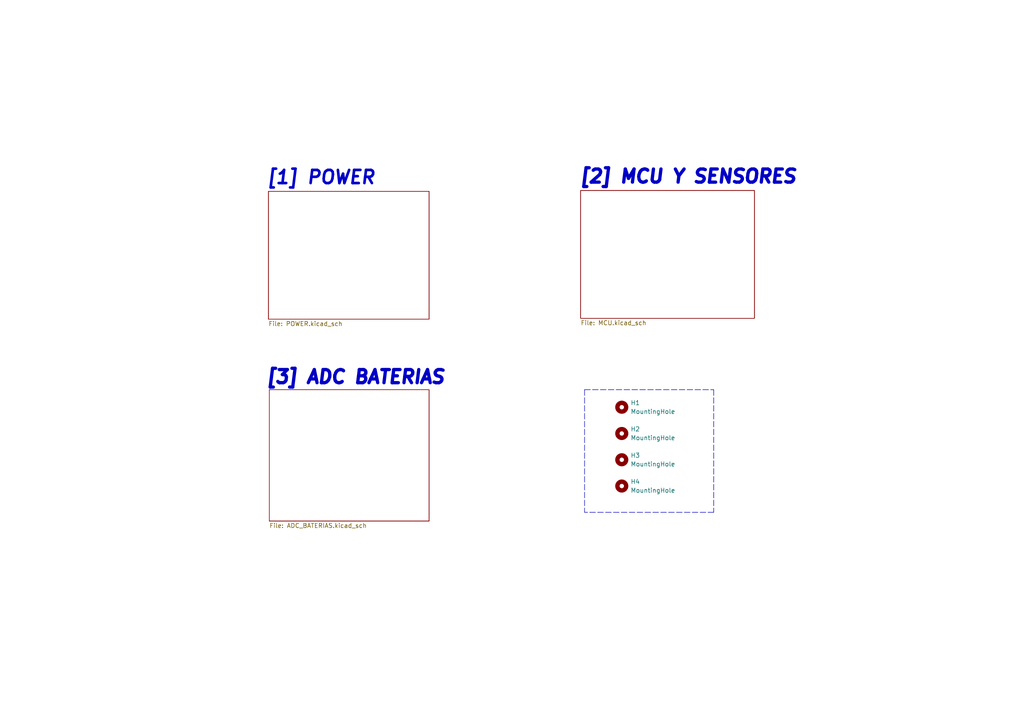
<source format=kicad_sch>
(kicad_sch (version 20211123) (generator eeschema)
  (paper "A4")
  (lib_symbols
    (symbol "Mechanical:MountingHole" (pin_names (offset 1.016))
      (property "Reference" "H" (at 0 5.08 0))
      (property "Value" "MountingHole" (at 0 3.175 0))
      (symbol "MountingHole_0_1"
        (circle (center 0 0) (radius 1.27) (stroke (width 1.27)))
      )
    )
  )
  (polyline (pts (xy 169.545 113.03) (xy 207.01 113.03)))
  (polyline (pts (xy 169.545 113.03) (xy 169.545 148.59)))
  (polyline (pts (xy 207.01 113.03) (xy 207.01 148.59)))
  (polyline (pts (xy 207.01 148.59) (xy 169.545 148.59)))
  (text "[1] POWER		" (at 77.089 53.848 0) (effects (font (size 3.81 3.81) bold italic) (justify left bottom)))
  (text "[3] ADC BATERIAS\n" (at 76.835 111.76 0) (effects (font (size 3.81 3.81) (thickness 1.016) bold italic) (justify left bottom)))
  (text "[2] MCU Y SENSORES" (at 167.767 53.594 0) (effects (font (size 3.81 3.81) (thickness 1.016) bold italic) (justify left bottom)))
  (symbol (lib_id "Mechanical:MountingHole") (at 180.34 125.73 0) (unit 1)
    (property "Reference" "H2" (at 182.88 124.4599 0) (effects (justify left)))
    (property "Value" "MountingHole" (at 182.88 126.9999 0) (effects (justify left)))
    (property "Footprint" "MountingHole:MountingHole_3.2mm_M3" (effects hide))
  )
  (symbol (lib_id "Mechanical:MountingHole") (at 180.34 118.11 0) (unit 1)
    (property "Reference" "H1" (at 182.88 116.8399 0) (effects (justify left)))
    (property "Value" "MountingHole" (at 182.88 119.3799 0) (effects (justify left)))
    (property "Footprint" "MountingHole:MountingHole_3.2mm_M3" (effects hide))
  )
  (symbol (lib_id "Mechanical:MountingHole") (at 180.34 133.35 0) (unit 1)
    (property "Reference" "H3" (at 182.88 132.0799 0) (effects (justify left)))
    (property "Value" "MountingHole" (at 182.88 134.6199 0) (effects (justify left)))
    (property "Footprint" "MountingHole:MountingHole_3.2mm_M3" (effects hide))
  )
  (symbol (lib_id "Mechanical:MountingHole") (at 180.34 140.97 0) (unit 1)
    (property "Reference" "H4" (at 182.88 139.6999 0) (effects (justify left)))
    (property "Value" "MountingHole" (at 182.88 142.2399 0) (effects (justify left)))
    (property "Footprint" "MountingHole:MountingHole_3.2mm_M3" (effects hide))
  )
  (sheet (at 168.402 55.245) (size 50.419 37.084) (stroke (width 0.1524))
    (property "Sheet name" "MCU" (effects hide))
    (property "Sheet file" "MCU.kicad_sch" (at 168.402 92.9136 0) (effects (justify left top)))
  )
  (sheet (at 77.851 55.499) (size 46.609 37.084) (stroke (width 0.1524))
    (property "Sheet name" "POWER" (effects hide))
    (property "Sheet file" "POWER.kicad_sch" (at 77.851 93.1676 0) (effects (justify left top)))
  )
  (sheet (at 78.105 113.03) (size 46.355 38.1) (stroke (width 0.1524))
    (property "Sheet name" "ADC_BATERIAS" (effects hide))
    (property "Sheet file" "ADC_BATERIAS.kicad_sch" (at 78.105 151.7146 0) (effects (justify left top)))
  )
)
</source>
